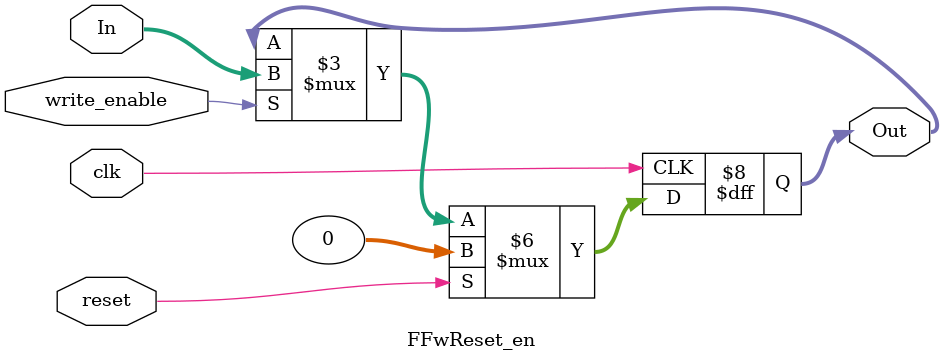
<source format=v>
`timescale 1ns / 1ns
module input2_mux(A_0, B_1, Select, Out);
parameter SIZE = 32;
input [SIZE-1:0] A_0, B_1;
input Select;
output [SIZE-1:0] Out;

// Select = 0: Out = A_0
// Select = 1: Out = B_1
assign Out = (Select) ? B_1 : A_0;

endmodule

module input5_mux(A_0, B_1, Select, Out);
parameter SIZE = 5;
input [SIZE-1:0] A_0, B_1;
input Select;
output [SIZE-1:0] Out;

// Select = 0: Out = A_0
// Select = 1: Out = B_1
assign Out = (Select) ? B_1 : A_0;

endmodule


module input4_mux(A_0, B_1, C_2, D_3, Select, Out);
parameter SIZE = 32;
input [SIZE-1:0] A_0, B_1, C_2, D_3;
input [1:0] Select;
output [SIZE-1:0] Out;
reg [SIZE-1:0] Out;

// Select = 0: Out = A_0
// Select = 1: Out = B_1
// Select = 2: Out = C_2
// Select = 3: Out = D_3
always @(A_0 or B_1 or C_2 or D_3 or Select)
begin
	case (Select)
		0 : Out = A_0;
		1 : Out = B_1;
		2 : Out = C_2;
		3 : Out = D_3;
		default : Out = 'bx;
	endcase
end

endmodule




module FFwReset_en(In, Out, clk, reset, write_enable);
parameter SIZE = 32;
input [SIZE-1:0] In;
output [SIZE-1:0] Out;
reg [SIZE-1:0] Out;
input clk, reset, write_enable;

always @(posedge clk)
begin
	if (reset)
		Out <= 0;	// Clear output on reset
	else
	begin
		if (write_enable)
			Out <= In;	// Latch the input on clk
		else
			Out <= Out;
	end
end
endmodule

</source>
